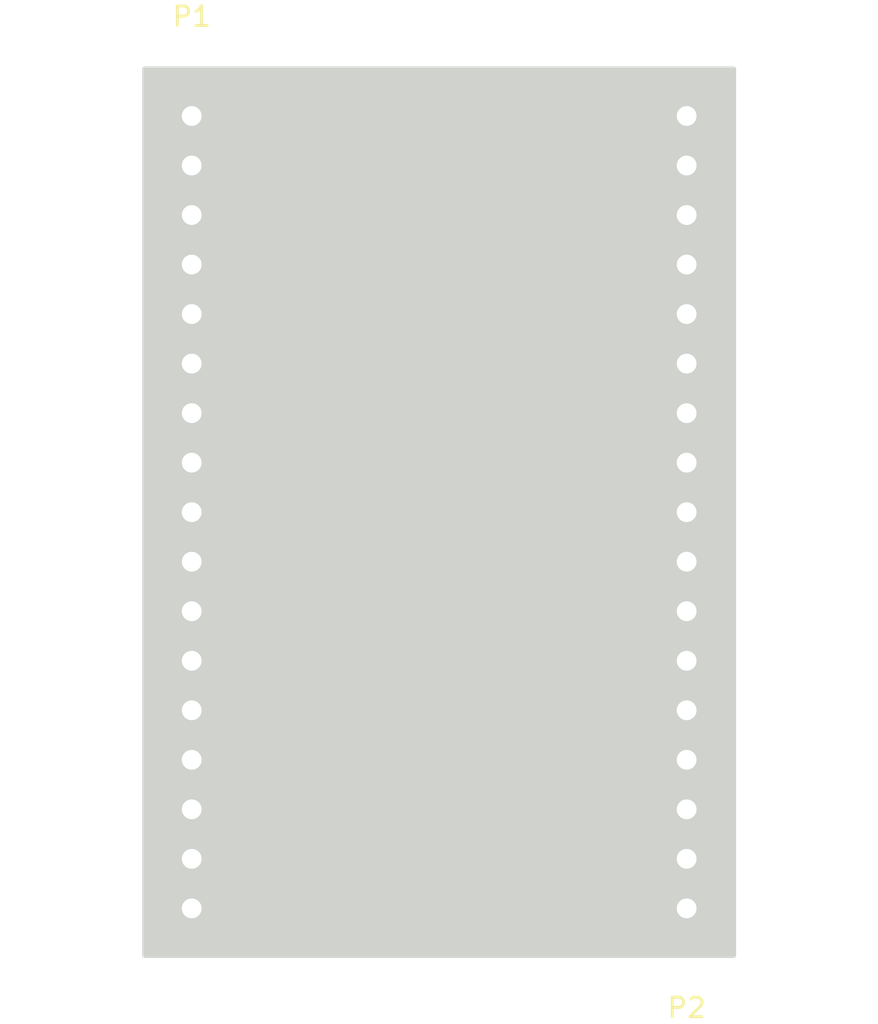
<source format=kicad_pcb>
(kicad_pcb (version 4) (host pcbnew 4.0.2-stable)

  (general
    (links 0)
    (no_connects 0)
    (area 0 0 0 0)
    (thickness 1.6)
    (drawings 0)
    (tracks 0)
    (zones 0)
    (modules 3)
    (nets 1)
  )

  (page A4)
  (layers
    (0 F.Cu signal)
    (31 B.Cu signal)
    (32 B.Adhes user)
    (33 F.Adhes user)
    (34 B.Paste user)
    (35 F.Paste user)
    (36 B.SilkS user)
    (37 F.SilkS user)
    (38 B.Mask user)
    (39 F.Mask user)
    (40 Dwgs.User user)
    (41 Cmts.User user)
    (42 Eco1.User user)
    (43 Eco2.User user)
    (44 Edge.Cuts user)
    (45 Margin user)
    (46 B.CrtYd user)
    (47 F.CrtYd user)
    (48 B.Fab user)
    (49 F.Fab user)
  )

  (setup
    (last_trace_width 0.25)
    (trace_clearance 0.2)
    (zone_clearance 0.508)
    (zone_45_only yes)
    (trace_min 0.2)
    (segment_width 0.2)
    (edge_width 0.15)
    (via_size 0.6)
    (via_drill 0.4)
    (via_min_size 0.4)
    (via_min_drill 0.3)
    (uvia_size 0.3)
    (uvia_drill 0.1)
    (uvias_allowed no)
    (uvia_min_size 0.2)
    (uvia_min_drill 0.1)
    (pcb_text_width 0.3)
    (pcb_text_size 1 1)
    (mod_edge_width 0.15)
    (mod_text_size 1 1)
    (mod_text_width 0.15)
    (pad_size 1 1)
    (pad_drill 0.6)
    (pad_to_mask_clearance 0)
    (aux_axis_origin 0 0)
    (visible_elements FFFFFF7F)
    (pcbplotparams
      (layerselection 0x00030_80000001)
      (usegerberextensions false)
      (excludeedgelayer true)
      (linewidth 0.100000)
      (plotframeref false)
      (viasonmask false)
      (mode 1)
      (useauxorigin false)
      (hpglpennumber 1)
      (hpglpenspeed 20)
      (hpglpendiameter 15)
      (hpglpenoverlay 2)
      (psnegative false)
      (psa4output false)
      (plotreference true)
      (plotvalue true)
      (plotinvisibletext false)
      (padsonsilk false)
      (subtractmaskfromsilk false)
      (outputformat 1)
      (mirror false)
      (drillshape 1)
      (scaleselection 1)
      (outputdirectory ""))
  )

  (net 0 "")

  (net_class Default "This is the default net class."
    (clearance 0.2)
    (trace_width 0.25)
    (via_dia 0.6)
    (via_drill 0.4)
    (uvia_dia 0.3)
    (uvia_drill 0.1)
  )

  (module mini_ice40:VQFP100 (layer F.Cu) (tedit 570BFD28) (tstamp 570BFE69)
    (at 27.94 34.29 45)
    (descr "Module CMS Vqfp 100 pins")
    (tags "CMS VQFP")
    (attr smd)
    (fp_text reference FPGA1 (at 0 -1.905 45) (layer F.SilkS)
      (effects (font (size 1.524 1.016) (thickness 0.254)))
    )
    (fp_text value iCE40HX1K-VQ100 (at 0 2.54 45) (layer F.SilkS)
      (effects (font (size 1.524 1.016) (thickness 0.254)))
    )
    (fp_circle (center 6.096 -6.477) (end 6.096 -6.985) (layer F.SilkS) (width 0.2032))
    (fp_line (start 6.985 -6.35) (end 6.35 -6.985) (layer F.SilkS) (width 0.2032))
    (fp_line (start -6.985 -6.731) (end -6.731 -6.985) (layer F.SilkS) (width 0.2032))
    (fp_line (start -6.985 6.731) (end -6.731 6.985) (layer F.SilkS) (width 0.2032))
    (fp_line (start 6.731 6.985) (end 6.985 6.731) (layer F.SilkS) (width 0.2032))
    (fp_line (start 6.35 -6.985) (end -6.731 -6.985) (layer F.SilkS) (width 0.2032))
    (fp_line (start -6.985 -6.731) (end -6.985 6.731) (layer F.SilkS) (width 0.2032))
    (fp_line (start -6.731 6.985) (end 6.731 6.985) (layer F.SilkS) (width 0.2032))
    (fp_line (start 6.985 6.731) (end 6.985 -6.35) (layer F.SilkS) (width 0.2032))
    (pad 100 smd rect (at 7.747 -5.9944 45) (size 1.016 0.254) (layers F.Cu F.Paste F.Mask))
    (pad 76 smd rect (at 7.747 5.9944 45) (size 1.016 0.254) (layers F.Cu F.Paste F.Mask))
    (pad 77 smd rect (at 7.747 5.4864 45) (size 1.016 0.254) (layers F.Cu F.Paste F.Mask))
    (pad 78 smd rect (at 7.747 5.0038 45) (size 1.016 0.254) (layers F.Cu F.Paste F.Mask))
    (pad 79 smd rect (at 7.747 4.4958 45) (size 1.016 0.254) (layers F.Cu F.Paste F.Mask))
    (pad 80 smd rect (at 7.747 3.9878 45) (size 1.016 0.254) (layers F.Cu F.Paste F.Mask))
    (pad 81 smd rect (at 7.747 3.5052 45) (size 1.016 0.254) (layers F.Cu F.Paste F.Mask))
    (pad 82 smd rect (at 7.747 2.9972 45) (size 1.016 0.254) (layers F.Cu F.Paste F.Mask))
    (pad 83 smd rect (at 7.747 2.4892 45) (size 1.016 0.254) (layers F.Cu F.Paste F.Mask))
    (pad 84 smd rect (at 7.747 2.0066 45) (size 1.016 0.254) (layers F.Cu F.Paste F.Mask))
    (pad 85 smd rect (at 7.747 1.4986 45) (size 1.016 0.254) (layers F.Cu F.Paste F.Mask))
    (pad 86 smd rect (at 7.747 0.9906 45) (size 1.016 0.254) (layers F.Cu F.Paste F.Mask))
    (pad 87 smd rect (at 7.747 0.4826 45) (size 1.016 0.254) (layers F.Cu F.Paste F.Mask))
    (pad 88 smd rect (at 7.747 0 45) (size 1.016 0.254) (layers F.Cu F.Paste F.Mask))
    (pad 89 smd rect (at 7.747 -0.508 45) (size 1.016 0.254) (layers F.Cu F.Paste F.Mask))
    (pad 90 smd rect (at 7.747 -1.016 45) (size 1.016 0.254) (layers F.Cu F.Paste F.Mask))
    (pad 91 smd rect (at 7.747 -1.4986 45) (size 1.016 0.254) (layers F.Cu F.Paste F.Mask))
    (pad 92 smd rect (at 7.747 -2.0066 45) (size 1.016 0.254) (layers F.Cu F.Paste F.Mask))
    (pad 93 smd rect (at 7.747 -2.5146 45) (size 1.016 0.254) (layers F.Cu F.Paste F.Mask))
    (pad 94 smd rect (at 7.747 -2.9972 45) (size 1.016 0.254) (layers F.Cu F.Paste F.Mask))
    (pad 95 smd rect (at 7.747 -3.5052 45) (size 1.016 0.254) (layers F.Cu F.Paste F.Mask))
    (pad 96 smd rect (at 7.747 -4.0132 45) (size 1.016 0.254) (layers F.Cu F.Paste F.Mask))
    (pad 97 smd rect (at 7.747 -4.4958 45) (size 1.016 0.254) (layers F.Cu F.Paste F.Mask))
    (pad 98 smd rect (at 7.747 -5.0038 45) (size 1.016 0.254) (layers F.Cu F.Paste F.Mask))
    (pad 99 smd rect (at 7.747 -5.5118 45) (size 1.016 0.254) (layers F.Cu F.Paste F.Mask))
    (pad 75 smd rect (at 5.9944 7.747 45) (size 0.254 1.016) (layers F.Cu F.Paste F.Mask))
    (pad 51 smd rect (at -5.9944 7.747 45) (size 0.254 1.016) (layers F.Cu F.Paste F.Mask))
    (pad 52 smd rect (at -5.4864 7.747 45) (size 0.254 1.016) (layers F.Cu F.Paste F.Mask))
    (pad 53 smd rect (at -5.0038 7.747 45) (size 0.254 1.016) (layers F.Cu F.Paste F.Mask))
    (pad 54 smd rect (at -4.4958 7.747 45) (size 0.254 1.016) (layers F.Cu F.Paste F.Mask))
    (pad 55 smd rect (at -3.9878 7.747 45) (size 0.254 1.016) (layers F.Cu F.Paste F.Mask))
    (pad 56 smd rect (at -3.5052 7.747 45) (size 0.254 1.016) (layers F.Cu F.Paste F.Mask))
    (pad 57 smd rect (at -2.9972 7.747 45) (size 0.254 1.016) (layers F.Cu F.Paste F.Mask))
    (pad 58 smd rect (at -2.4892 7.747 45) (size 0.254 1.016) (layers F.Cu F.Paste F.Mask))
    (pad 59 smd rect (at -2.0066 7.747 45) (size 0.254 1.016) (layers F.Cu F.Paste F.Mask))
    (pad 60 smd rect (at -1.4986 7.747 45) (size 0.254 1.016) (layers F.Cu F.Paste F.Mask))
    (pad 61 smd rect (at -0.9906 7.747 45) (size 0.254 1.016) (layers F.Cu F.Paste F.Mask))
    (pad 62 smd rect (at -0.4826 7.747 45) (size 0.254 1.016) (layers F.Cu F.Paste F.Mask))
    (pad 63 smd rect (at 0 7.747 45) (size 0.254 1.016) (layers F.Cu F.Paste F.Mask))
    (pad 64 smd rect (at 0.508 7.747 45) (size 0.254 1.016) (layers F.Cu F.Paste F.Mask))
    (pad 65 smd rect (at 1.016 7.747 45) (size 0.254 1.016) (layers F.Cu F.Paste F.Mask))
    (pad 66 smd rect (at 1.4986 7.747 45) (size 0.254 1.016) (layers F.Cu F.Paste F.Mask))
    (pad 67 smd rect (at 2.0066 7.747 45) (size 0.254 1.016) (layers F.Cu F.Paste F.Mask))
    (pad 68 smd rect (at 2.5146 7.747 45) (size 0.254 1.016) (layers F.Cu F.Paste F.Mask))
    (pad 69 smd rect (at 2.9972 7.747 45) (size 0.254 1.016) (layers F.Cu F.Paste F.Mask))
    (pad 70 smd rect (at 3.5052 7.747 45) (size 0.254 1.016) (layers F.Cu F.Paste F.Mask))
    (pad 71 smd rect (at 4.0132 7.747 45) (size 0.254 1.016) (layers F.Cu F.Paste F.Mask))
    (pad 72 smd rect (at 4.4958 7.747 45) (size 0.254 1.016) (layers F.Cu F.Paste F.Mask))
    (pad 73 smd rect (at 5.0038 7.747 45) (size 0.254 1.016) (layers F.Cu F.Paste F.Mask))
    (pad 74 smd rect (at 5.5118 7.747 45) (size 0.254 1.016) (layers F.Cu F.Paste F.Mask))
    (pad 1 smd rect (at 5.9944 -7.747 45) (size 0.254 1.016) (layers F.Cu F.Paste F.Mask))
    (pad 2 smd rect (at 5.4864 -7.747 45) (size 0.254 1.016) (layers F.Cu F.Paste F.Mask))
    (pad 3 smd rect (at 5.0038 -7.747 45) (size 0.254 1.016) (layers F.Cu F.Paste F.Mask))
    (pad 4 smd rect (at 4.4958 -7.747 45) (size 0.254 1.016) (layers F.Cu F.Paste F.Mask))
    (pad 5 smd rect (at 3.9878 -7.747 45) (size 0.254 1.016) (layers F.Cu F.Paste F.Mask))
    (pad 6 smd rect (at 3.5052 -7.747 45) (size 0.254 1.016) (layers F.Cu F.Paste F.Mask))
    (pad 7 smd rect (at 2.9972 -7.747 45) (size 0.254 1.016) (layers F.Cu F.Paste F.Mask))
    (pad 8 smd rect (at 2.4892 -7.747 45) (size 0.254 1.016) (layers F.Cu F.Paste F.Mask))
    (pad 9 smd rect (at 2.0066 -7.747 45) (size 0.254 1.016) (layers F.Cu F.Paste F.Mask))
    (pad 10 smd rect (at 1.4986 -7.747 45) (size 0.254 1.016) (layers F.Cu F.Paste F.Mask))
    (pad 11 smd rect (at 0.9906 -7.747 45) (size 0.254 1.016) (layers F.Cu F.Paste F.Mask))
    (pad 12 smd rect (at 0.4826 -7.747 45) (size 0.254 1.016) (layers F.Cu F.Paste F.Mask))
    (pad 13 smd rect (at 0 -7.747 45) (size 0.254 1.016) (layers F.Cu F.Paste F.Mask))
    (pad 14 smd rect (at -0.508 -7.747 45) (size 0.254 1.016) (layers F.Cu F.Paste F.Mask))
    (pad 15 smd rect (at -1.016 -7.747 45) (size 0.254 1.016) (layers F.Cu F.Paste F.Mask))
    (pad 16 smd rect (at -1.4986 -7.747 45) (size 0.254 1.016) (layers F.Cu F.Paste F.Mask))
    (pad 17 smd rect (at -2.0066 -7.747 45) (size 0.254 1.016) (layers F.Cu F.Paste F.Mask))
    (pad 18 smd rect (at -2.5146 -7.747 45) (size 0.254 1.016) (layers F.Cu F.Paste F.Mask))
    (pad 19 smd rect (at -2.9972 -7.747 45) (size 0.254 1.016) (layers F.Cu F.Paste F.Mask))
    (pad 20 smd rect (at -3.5052 -7.747 45) (size 0.254 1.016) (layers F.Cu F.Paste F.Mask))
    (pad 21 smd rect (at -4.0132 -7.747 45) (size 0.254 1.016) (layers F.Cu F.Paste F.Mask))
    (pad 22 smd rect (at -4.4958 -7.747 45) (size 0.254 1.016) (layers F.Cu F.Paste F.Mask))
    (pad 23 smd rect (at -5.0038 -7.747 45) (size 0.254 1.016) (layers F.Cu F.Paste F.Mask))
    (pad 24 smd rect (at -5.5118 -7.747 45) (size 0.254 1.016) (layers F.Cu F.Paste F.Mask))
    (pad 25 smd rect (at -5.9944 -7.747 45) (size 0.254 1.016) (layers F.Cu F.Paste F.Mask))
    (pad 26 smd rect (at -7.747 -5.9944 45) (size 1.016 0.254) (layers F.Cu F.Paste F.Mask))
    (pad 27 smd rect (at -7.747 -5.4864 45) (size 1.016 0.254) (layers F.Cu F.Paste F.Mask))
    (pad 28 smd rect (at -7.747 -5.0038 45) (size 1.016 0.254) (layers F.Cu F.Paste F.Mask))
    (pad 29 smd rect (at -7.747 -4.4958 45) (size 1.016 0.254) (layers F.Cu F.Paste F.Mask))
    (pad 30 smd rect (at -7.747 -3.9878 45) (size 1.016 0.254) (layers F.Cu F.Paste F.Mask))
    (pad 31 smd rect (at -7.747 -3.5052 45) (size 1.016 0.254) (layers F.Cu F.Paste F.Mask))
    (pad 32 smd rect (at -7.747 -2.9972 45) (size 1.016 0.254) (layers F.Cu F.Paste F.Mask))
    (pad 33 smd rect (at -7.747 -2.4892 45) (size 1.016 0.254) (layers F.Cu F.Paste F.Mask))
    (pad 34 smd rect (at -7.747 -2.0066 45) (size 1.016 0.254) (layers F.Cu F.Paste F.Mask))
    (pad 35 smd rect (at -7.747 -1.4986 45) (size 1.016 0.254) (layers F.Cu F.Paste F.Mask))
    (pad 36 smd rect (at -7.747 -0.9906 45) (size 1.016 0.254) (layers F.Cu F.Paste F.Mask))
    (pad 37 smd rect (at -7.747 -0.4826 45) (size 1.016 0.254) (layers F.Cu F.Paste F.Mask))
    (pad 38 smd rect (at -7.747 0 45) (size 1.016 0.254) (layers F.Cu F.Paste F.Mask))
    (pad 39 smd rect (at -7.747 0.508 45) (size 1.016 0.254) (layers F.Cu F.Paste F.Mask))
    (pad 40 smd rect (at -7.747 1.016 45) (size 1.016 0.254) (layers F.Cu F.Paste F.Mask))
    (pad 41 smd rect (at -7.747 1.4986 45) (size 1.016 0.254) (layers F.Cu F.Paste F.Mask))
    (pad 42 smd rect (at -7.747 2.0066 45) (size 1.016 0.254) (layers F.Cu F.Paste F.Mask))
    (pad 43 smd rect (at -7.747 2.5146 45) (size 1.016 0.254) (layers F.Cu F.Paste F.Mask))
    (pad 44 smd rect (at -7.747 2.9972 45) (size 1.016 0.254) (layers F.Cu F.Paste F.Mask))
    (pad 45 smd rect (at -7.747 3.5052 45) (size 1.016 0.254) (layers F.Cu F.Paste F.Mask))
    (pad 46 smd rect (at -7.747 4.0132 45) (size 1.016 0.254) (layers F.Cu F.Paste F.Mask))
    (pad 47 smd rect (at -7.747 4.4958 45) (size 1.016 0.254) (layers F.Cu F.Paste F.Mask))
    (pad 48 smd rect (at -7.747 5.0038 45) (size 1.016 0.254) (layers F.Cu F.Paste F.Mask))
    (pad 49 smd rect (at -7.747 5.5118 45) (size 1.016 0.254) (layers F.Cu F.Paste F.Mask))
    (pad 50 smd rect (at -7.747 5.9944 45) (size 1.016 0.254) (layers F.Cu F.Paste F.Mask))
    (model smd/vqfp100.wrl
      (at (xyz 0 0 0))
      (scale (xyz 0.394 0.394 0.4))
      (rotate (xyz 0 0 0))
    )
  )

  (module Pin_Headers:Pin_Header_Straight_1x17 (layer F.Cu) (tedit 0) (tstamp 570BFC3E)
    (at 40.64 55.88 180)
    (descr "Through hole pin header")
    (tags "pin header")
    (fp_text reference P2 (at 0 -5.1 180) (layer F.SilkS)
      (effects (font (size 1 1) (thickness 0.15)))
    )
    (fp_text value Pin_Header_Straight_1x18 (at 0 -3.1 180) (layer F.Fab)
      (effects (font (size 1 1) (thickness 0.15)))
    )
    (fp_line (start -1.75 -1.75) (end -1.75 42.4) (layer F.CrtYd) (width 0.05))
    (fp_line (start 1.75 -1.75) (end 1.75 42.4) (layer F.CrtYd) (width 0.05))
    (fp_line (start -1.75 -1.75) (end 1.75 -1.75) (layer F.CrtYd) (width 0.05))
    (fp_line (start -1.75 42.4) (end 1.75 42.4) (layer F.CrtYd) (width 0.05))
    (fp_line (start 1.27 1.27) (end 1.27 41.91) (layer F.SilkS) (width 0.15))
    (fp_line (start 1.27 41.91) (end -1.27 41.91) (layer F.SilkS) (width 0.15))
    (fp_line (start -1.27 41.91) (end -1.27 1.27) (layer F.SilkS) (width 0.15))
    (fp_line (start 1.55 -1.55) (end 1.55 0) (layer F.SilkS) (width 0.15))
    (fp_line (start 1.27 1.27) (end -1.27 1.27) (layer F.SilkS) (width 0.15))
    (fp_line (start -1.55 0) (end -1.55 -1.55) (layer F.SilkS) (width 0.15))
    (fp_line (start -1.55 -1.55) (end 1.55 -1.55) (layer F.SilkS) (width 0.15))
    (pad 1 thru_hole rect (at 0 0 180) (size 2.032 1.7272) (drill 1.016) (layers *.Cu *.Mask F.SilkS))
    (pad 2 thru_hole oval (at 0 2.54 180) (size 2.032 1.7272) (drill 1.016) (layers *.Cu *.Mask F.SilkS))
    (pad 3 thru_hole oval (at 0 5.08 180) (size 2.032 1.7272) (drill 1.016) (layers *.Cu *.Mask F.SilkS))
    (pad 4 thru_hole oval (at 0 7.62 180) (size 2.032 1.7272) (drill 1.016) (layers *.Cu *.Mask F.SilkS))
    (pad 5 thru_hole oval (at 0 10.16 180) (size 2.032 1.7272) (drill 1.016) (layers *.Cu *.Mask F.SilkS))
    (pad 6 thru_hole oval (at 0 12.7 180) (size 2.032 1.7272) (drill 1.016) (layers *.Cu *.Mask F.SilkS))
    (pad 7 thru_hole oval (at 0 15.24 180) (size 2.032 1.7272) (drill 1.016) (layers *.Cu *.Mask F.SilkS))
    (pad 8 thru_hole oval (at 0 17.78 180) (size 2.032 1.7272) (drill 1.016) (layers *.Cu *.Mask F.SilkS))
    (pad 9 thru_hole oval (at 0 20.32 180) (size 2.032 1.7272) (drill 1.016) (layers *.Cu *.Mask F.SilkS))
    (pad 10 thru_hole oval (at 0 22.86 180) (size 2.032 1.7272) (drill 1.016) (layers *.Cu *.Mask F.SilkS))
    (pad 11 thru_hole oval (at 0 25.4 180) (size 2.032 1.7272) (drill 1.016) (layers *.Cu *.Mask F.SilkS))
    (pad 12 thru_hole oval (at 0 27.94 180) (size 2.032 1.7272) (drill 1.016) (layers *.Cu *.Mask F.SilkS))
    (pad 13 thru_hole oval (at 0 30.48 180) (size 2.032 1.7272) (drill 1.016) (layers *.Cu *.Mask F.SilkS))
    (pad 14 thru_hole oval (at 0 33.02 180) (size 2.032 1.7272) (drill 1.016) (layers *.Cu *.Mask F.SilkS))
    (pad 15 thru_hole oval (at 0 35.56 180) (size 2.032 1.7272) (drill 1.016) (layers *.Cu *.Mask F.SilkS))
    (pad 16 thru_hole oval (at 0 38.1 180) (size 2.032 1.7272) (drill 1.016) (layers *.Cu *.Mask F.SilkS))
    (pad 17 thru_hole oval (at 0 40.64 180) (size 2.032 1.7272) (drill 1.016) (layers *.Cu *.Mask F.SilkS))
    (model Pin_Headers.3dshapes/Pin_Header_Straight_1x17.wrl
      (at (xyz 0 -0.8 0))
      (scale (xyz 1 1 1))
      (rotate (xyz 0 0 90))
    )
  )

  (module Pin_Headers:Pin_Header_Straight_1x17 (layer F.Cu) (tedit 0) (tstamp 570BFBFC)
    (at 15.24 15.24)
    (descr "Through hole pin header")
    (tags "pin header")
    (fp_text reference P1 (at 0 -5.1) (layer F.SilkS)
      (effects (font (size 1 1) (thickness 0.15)))
    )
    (fp_text value Pin_Header_Straight_1x18 (at 0 -3.1) (layer F.Fab)
      (effects (font (size 1 1) (thickness 0.15)))
    )
    (fp_line (start -1.75 -1.75) (end -1.75 42.4) (layer F.CrtYd) (width 0.05))
    (fp_line (start 1.75 -1.75) (end 1.75 42.4) (layer F.CrtYd) (width 0.05))
    (fp_line (start -1.75 -1.75) (end 1.75 -1.75) (layer F.CrtYd) (width 0.05))
    (fp_line (start -1.75 42.4) (end 1.75 42.4) (layer F.CrtYd) (width 0.05))
    (fp_line (start 1.27 1.27) (end 1.27 41.91) (layer F.SilkS) (width 0.15))
    (fp_line (start 1.27 41.91) (end -1.27 41.91) (layer F.SilkS) (width 0.15))
    (fp_line (start -1.27 41.91) (end -1.27 1.27) (layer F.SilkS) (width 0.15))
    (fp_line (start 1.55 -1.55) (end 1.55 0) (layer F.SilkS) (width 0.15))
    (fp_line (start 1.27 1.27) (end -1.27 1.27) (layer F.SilkS) (width 0.15))
    (fp_line (start -1.55 0) (end -1.55 -1.55) (layer F.SilkS) (width 0.15))
    (fp_line (start -1.55 -1.55) (end 1.55 -1.55) (layer F.SilkS) (width 0.15))
    (pad 1 thru_hole rect (at 0 0) (size 2.032 1.7272) (drill 1.016) (layers *.Cu *.Mask F.SilkS))
    (pad 2 thru_hole oval (at 0 2.54) (size 2.032 1.7272) (drill 1.016) (layers *.Cu *.Mask F.SilkS))
    (pad 3 thru_hole oval (at 0 5.08) (size 2.032 1.7272) (drill 1.016) (layers *.Cu *.Mask F.SilkS))
    (pad 4 thru_hole oval (at 0 7.62) (size 2.032 1.7272) (drill 1.016) (layers *.Cu *.Mask F.SilkS))
    (pad 5 thru_hole oval (at 0 10.16) (size 2.032 1.7272) (drill 1.016) (layers *.Cu *.Mask F.SilkS))
    (pad 6 thru_hole oval (at 0 12.7) (size 2.032 1.7272) (drill 1.016) (layers *.Cu *.Mask F.SilkS))
    (pad 7 thru_hole oval (at 0 15.24) (size 2.032 1.7272) (drill 1.016) (layers *.Cu *.Mask F.SilkS))
    (pad 8 thru_hole oval (at 0 17.78) (size 2.032 1.7272) (drill 1.016) (layers *.Cu *.Mask F.SilkS))
    (pad 9 thru_hole oval (at 0 20.32) (size 2.032 1.7272) (drill 1.016) (layers *.Cu *.Mask F.SilkS))
    (pad 10 thru_hole oval (at 0 22.86) (size 2.032 1.7272) (drill 1.016) (layers *.Cu *.Mask F.SilkS))
    (pad 11 thru_hole oval (at 0 25.4) (size 2.032 1.7272) (drill 1.016) (layers *.Cu *.Mask F.SilkS))
    (pad 12 thru_hole oval (at 0 27.94) (size 2.032 1.7272) (drill 1.016) (layers *.Cu *.Mask F.SilkS))
    (pad 13 thru_hole oval (at 0 30.48) (size 2.032 1.7272) (drill 1.016) (layers *.Cu *.Mask F.SilkS))
    (pad 14 thru_hole oval (at 0 33.02) (size 2.032 1.7272) (drill 1.016) (layers *.Cu *.Mask F.SilkS))
    (pad 15 thru_hole oval (at 0 35.56) (size 2.032 1.7272) (drill 1.016) (layers *.Cu *.Mask F.SilkS))
    (pad 16 thru_hole oval (at 0 38.1) (size 2.032 1.7272) (drill 1.016) (layers *.Cu *.Mask F.SilkS))
    (pad 17 thru_hole oval (at 0 40.64) (size 2.032 1.7272) (drill 1.016) (layers *.Cu *.Mask F.SilkS))
    (model Pin_Headers.3dshapes/Pin_Header_Straight_1x17.wrl
      (at (xyz 0 -0.8 0))
      (scale (xyz 1 1 1))
      (rotate (xyz 0 0 90))
    )
  )

  (zone (net 0) (net_name "") (layer Edge.Cuts) (tstamp 570C02C7) (hatch none 0.508)
    (connect_pads (clearance 0.508))
    (min_thickness 0.254)
    (fill yes (arc_segments 16) (thermal_gap 0.508) (thermal_bridge_width 0.508))
    (polygon
      (pts
        (xy 12.7 12.7) (xy 12.7 58.42) (xy 43.18 58.42) (xy 43.18 12.7)
      )
    )
    (filled_polygon
      (pts
        (xy 43.053 58.293) (xy 12.827 58.293) (xy 12.827 12.827) (xy 43.053 12.827)
      )
    )
  )
)

</source>
